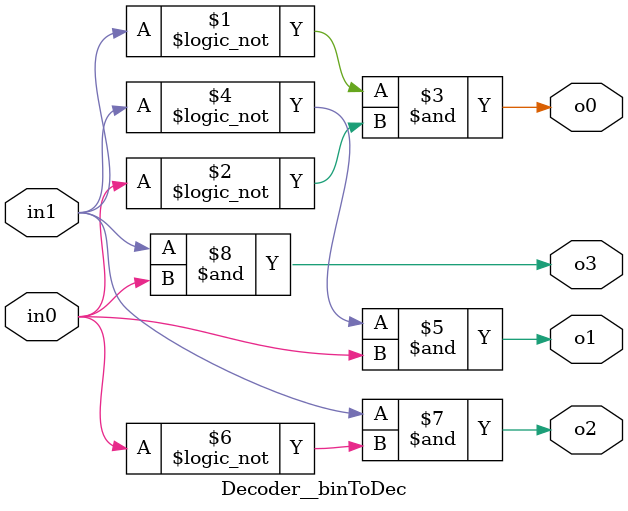
<source format=v>
`timescale 1ns / 1ps
module Decoder__binToDec(in1,in0,o0,o1,o2,o3
    );
input in1,in0;
output o0,o1,o2,o3;

assign o0=!in1 & !in0;
assign o1=!in1 & in0;
assign o2=in1 & !in0;
assign o3=in1 & in0;

endmodule

</source>
